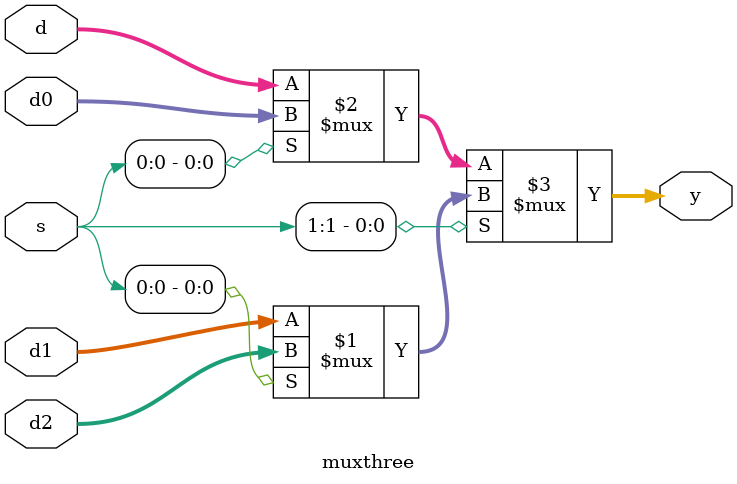
<source format=v>
module muxthree(d,d0,d1,d2,s,y);
		
		input [15:0] d,d0,d1,d2;
		input [1:0] s;
		output [15:0] y;
	
	assign y = s[1] ? (s[0] ? d2 : d1) : (s[0] ? d0 : d); 
endmodule

</source>
